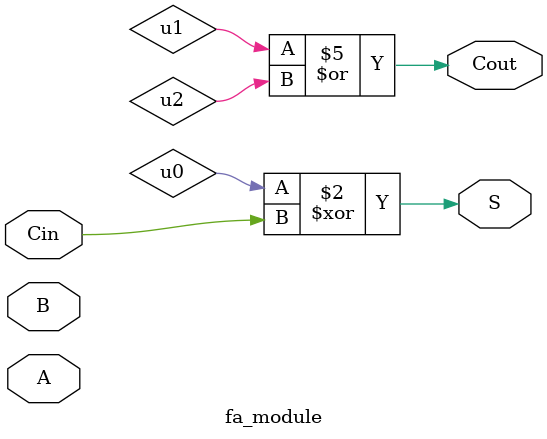
<source format=sv>

module fa_module
    (
        input logic A,
        input logic B,
        input logic Cin,
        output logic S,
        output logic Cout
    );

    logic i0, i1, i2;

    xor u0(i0, A, B);

    xor u5(S, u0, Cin);

    and u2(i1, A, B);

    and u1(i2, u0, Cin);

    or u4(Cout, u1, u2);

endmodule: fa_module

</source>
